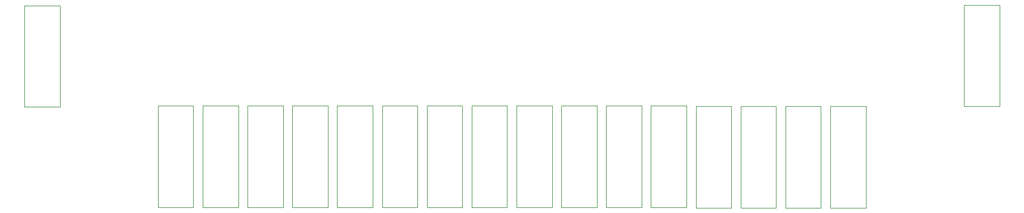
<source format=gbr>
G04 #@! TF.GenerationSoftware,KiCad,Pcbnew,(6.0.5)*
G04 #@! TF.CreationDate,2022-05-05T00:21:09-04:00*
G04 #@! TF.ProjectId,Teensy_16,5465656e-7379-45f3-9136-2e6b69636164,v1*
G04 #@! TF.SameCoordinates,Original*
G04 #@! TF.FileFunction,Other,ECO1*
%FSLAX45Y45*%
G04 Gerber Fmt 4.5, Leading zero omitted, Abs format (unit mm)*
G04 Created by KiCad (PCBNEW (6.0.5)) date 2022-05-05 00:21:09*
%MOMM*%
%LPD*%
G01*
G04 APERTURE LIST*
%ADD10C,0.050000*%
G04 APERTURE END LIST*
D10*
X7693260Y-12168860D02*
X7693260Y-13688860D01*
X7693260Y-13688860D02*
X7163260Y-13688860D01*
X7163260Y-13688860D02*
X7163260Y-12168860D01*
X7163260Y-12168860D02*
X7693260Y-12168860D01*
X9157260Y-13673860D02*
X9687260Y-13673860D01*
X9687260Y-13673860D02*
X9687260Y-15193860D01*
X9687260Y-15193860D02*
X9157260Y-15193860D01*
X9157260Y-15193860D02*
X9157260Y-13673860D01*
X13707520Y-15194860D02*
X13177520Y-15194860D01*
X13177520Y-13674860D02*
X13707520Y-13674860D01*
X13707520Y-13674860D02*
X13707520Y-15194860D01*
X13177520Y-15194860D02*
X13177520Y-13674860D01*
X17867823Y-15201360D02*
X17867823Y-13681360D01*
X17867823Y-13681360D02*
X18397823Y-13681360D01*
X18397823Y-13681360D02*
X18397823Y-15201360D01*
X18397823Y-15201360D02*
X17867823Y-15201360D01*
X9827303Y-13675360D02*
X10357303Y-13675360D01*
X10357303Y-13675360D02*
X10357303Y-15195360D01*
X9827303Y-15195360D02*
X9827303Y-13675360D01*
X10357303Y-15195360D02*
X9827303Y-15195360D01*
X13037476Y-13674860D02*
X13037476Y-15194860D01*
X12507476Y-15194860D02*
X12507476Y-13674860D01*
X13037476Y-15194860D02*
X12507476Y-15194860D01*
X12507476Y-13674860D02*
X13037476Y-13674860D01*
X13847563Y-13674860D02*
X14377563Y-13674860D01*
X14377563Y-15194860D02*
X13847563Y-15194860D01*
X14377563Y-13674860D02*
X14377563Y-15194860D01*
X13847563Y-15194860D02*
X13847563Y-13674860D01*
X15047606Y-15194860D02*
X14517606Y-15194860D01*
X15047606Y-13674860D02*
X15047606Y-15194860D01*
X14517606Y-13674860D02*
X15047606Y-13674860D01*
X14517606Y-15194860D02*
X14517606Y-13674860D01*
X15187650Y-13674860D02*
X15717650Y-13674860D01*
X15187650Y-15194860D02*
X15187650Y-13674860D01*
X15717650Y-13674860D02*
X15717650Y-15194860D01*
X15717650Y-15194860D02*
X15187650Y-15194860D01*
X19207910Y-15201360D02*
X19207910Y-13681360D01*
X19737910Y-15201360D02*
X19207910Y-15201360D01*
X19737910Y-13681360D02*
X19737910Y-15201360D01*
X19207910Y-13681360D02*
X19737910Y-13681360D01*
X12367433Y-13674860D02*
X12367433Y-15194860D01*
X11837433Y-15194860D02*
X11837433Y-13674860D01*
X12367433Y-15194860D02*
X11837433Y-15194860D01*
X11837433Y-13674860D02*
X12367433Y-13674860D01*
X10497347Y-13675360D02*
X11027347Y-13675360D01*
X10497347Y-15195360D02*
X10497347Y-13675360D01*
X11027347Y-15195360D02*
X10497347Y-15195360D01*
X11027347Y-13675360D02*
X11027347Y-15195360D01*
X17727780Y-13681360D02*
X17727780Y-15201360D01*
X17197780Y-13681360D02*
X17727780Y-13681360D01*
X17197780Y-15201360D02*
X17197780Y-13681360D01*
X17727780Y-15201360D02*
X17197780Y-15201360D01*
X15857693Y-15194860D02*
X15857693Y-13674860D01*
X16387693Y-15194860D02*
X15857693Y-15194860D01*
X16387693Y-13674860D02*
X16387693Y-15194860D01*
X15857693Y-13674860D02*
X16387693Y-13674860D01*
X11697390Y-15195360D02*
X11167390Y-15195360D01*
X11697390Y-13675360D02*
X11697390Y-15195360D01*
X11167390Y-13675360D02*
X11697390Y-13675360D01*
X11167390Y-15195360D02*
X11167390Y-13675360D01*
X18537866Y-15201360D02*
X18537866Y-13681360D01*
X19067866Y-15201360D02*
X18537866Y-15201360D01*
X18537866Y-13681360D02*
X19067866Y-13681360D01*
X19067866Y-13681360D02*
X19067866Y-15201360D01*
X16527736Y-13674860D02*
X17057736Y-13674860D01*
X17057736Y-15194860D02*
X16527736Y-15194860D01*
X16527736Y-15194860D02*
X16527736Y-13674860D01*
X17057736Y-13674860D02*
X17057736Y-15194860D01*
X21737600Y-12163180D02*
X21737600Y-13683180D01*
X21207600Y-12163180D02*
X21737600Y-12163180D01*
X21207600Y-13683180D02*
X21207600Y-12163180D01*
X21737600Y-13683180D02*
X21207600Y-13683180D01*
M02*

</source>
